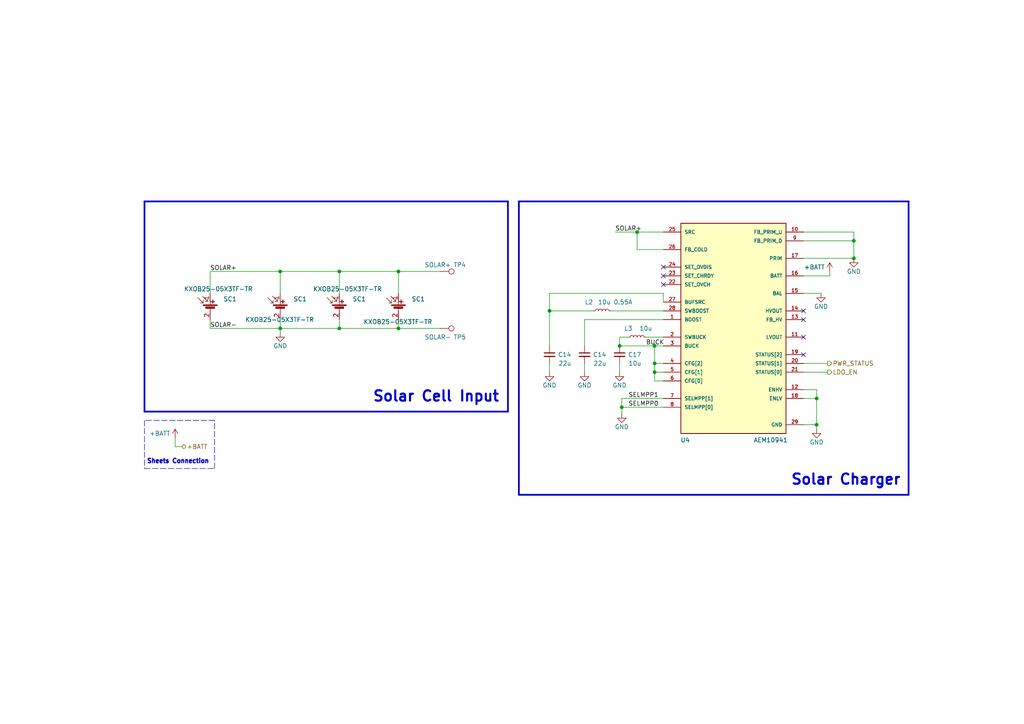
<source format=kicad_sch>
(kicad_sch (version 20230121) (generator eeschema)

  (uuid 15f77595-673f-49b2-97a0-15b5905c6153)

  (paper "A4")

  (lib_symbols
    (symbol "Connector:TestPoint" (pin_numbers hide) (pin_names (offset 0.762) hide) (in_bom yes) (on_board yes)
      (property "Reference" "TP" (at 0 6.858 0)
        (effects (font (size 1.27 1.27)))
      )
      (property "Value" "TestPoint" (at 0 5.08 0)
        (effects (font (size 1.27 1.27)))
      )
      (property "Footprint" "" (at 5.08 0 0)
        (effects (font (size 1.27 1.27)) hide)
      )
      (property "Datasheet" "~" (at 5.08 0 0)
        (effects (font (size 1.27 1.27)) hide)
      )
      (property "ki_keywords" "test point tp" (at 0 0 0)
        (effects (font (size 1.27 1.27)) hide)
      )
      (property "ki_description" "test point" (at 0 0 0)
        (effects (font (size 1.27 1.27)) hide)
      )
      (property "ki_fp_filters" "Pin* Test*" (at 0 0 0)
        (effects (font (size 1.27 1.27)) hide)
      )
      (symbol "TestPoint_0_1"
        (circle (center 0 3.302) (radius 0.762)
          (stroke (width 0) (type default))
          (fill (type none))
        )
      )
      (symbol "TestPoint_1_1"
        (pin passive line (at 0 0 90) (length 2.54)
          (name "1" (effects (font (size 1.27 1.27))))
          (number "1" (effects (font (size 1.27 1.27))))
        )
      )
    )
    (symbol "Device:C_Small" (pin_numbers hide) (pin_names (offset 0.254) hide) (in_bom yes) (on_board yes)
      (property "Reference" "C" (at 0.254 1.778 0)
        (effects (font (size 1.27 1.27)) (justify left))
      )
      (property "Value" "C_Small" (at 0.254 -2.032 0)
        (effects (font (size 1.27 1.27)) (justify left))
      )
      (property "Footprint" "" (at 0 0 0)
        (effects (font (size 1.27 1.27)) hide)
      )
      (property "Datasheet" "~" (at 0 0 0)
        (effects (font (size 1.27 1.27)) hide)
      )
      (property "ki_keywords" "capacitor cap" (at 0 0 0)
        (effects (font (size 1.27 1.27)) hide)
      )
      (property "ki_description" "Unpolarized capacitor, small symbol" (at 0 0 0)
        (effects (font (size 1.27 1.27)) hide)
      )
      (property "ki_fp_filters" "C_*" (at 0 0 0)
        (effects (font (size 1.27 1.27)) hide)
      )
      (symbol "C_Small_0_1"
        (polyline
          (pts
            (xy -1.524 -0.508)
            (xy 1.524 -0.508)
          )
          (stroke (width 0.3302) (type default))
          (fill (type none))
        )
        (polyline
          (pts
            (xy -1.524 0.508)
            (xy 1.524 0.508)
          )
          (stroke (width 0.3048) (type default))
          (fill (type none))
        )
      )
      (symbol "C_Small_1_1"
        (pin passive line (at 0 2.54 270) (length 2.032)
          (name "~" (effects (font (size 1.27 1.27))))
          (number "1" (effects (font (size 1.27 1.27))))
        )
        (pin passive line (at 0 -2.54 90) (length 2.032)
          (name "~" (effects (font (size 1.27 1.27))))
          (number "2" (effects (font (size 1.27 1.27))))
        )
      )
    )
    (symbol "Device:L_Small" (pin_numbers hide) (pin_names (offset 0.254) hide) (in_bom yes) (on_board yes)
      (property "Reference" "L" (at 0.762 1.016 0)
        (effects (font (size 1.27 1.27)) (justify left))
      )
      (property "Value" "L_Small" (at 0.762 -1.016 0)
        (effects (font (size 1.27 1.27)) (justify left))
      )
      (property "Footprint" "" (at 0 0 0)
        (effects (font (size 1.27 1.27)) hide)
      )
      (property "Datasheet" "~" (at 0 0 0)
        (effects (font (size 1.27 1.27)) hide)
      )
      (property "ki_keywords" "inductor choke coil reactor magnetic" (at 0 0 0)
        (effects (font (size 1.27 1.27)) hide)
      )
      (property "ki_description" "Inductor, small symbol" (at 0 0 0)
        (effects (font (size 1.27 1.27)) hide)
      )
      (property "ki_fp_filters" "Choke_* *Coil* Inductor_* L_*" (at 0 0 0)
        (effects (font (size 1.27 1.27)) hide)
      )
      (symbol "L_Small_0_1"
        (arc (start 0 -2.032) (mid 0.5058 -1.524) (end 0 -1.016)
          (stroke (width 0) (type default))
          (fill (type none))
        )
        (arc (start 0 -1.016) (mid 0.5058 -0.508) (end 0 0)
          (stroke (width 0) (type default))
          (fill (type none))
        )
        (arc (start 0 0) (mid 0.5058 0.508) (end 0 1.016)
          (stroke (width 0) (type default))
          (fill (type none))
        )
        (arc (start 0 1.016) (mid 0.5058 1.524) (end 0 2.032)
          (stroke (width 0) (type default))
          (fill (type none))
        )
      )
      (symbol "L_Small_1_1"
        (pin passive line (at 0 2.54 270) (length 0.508)
          (name "~" (effects (font (size 1.27 1.27))))
          (number "1" (effects (font (size 1.27 1.27))))
        )
        (pin passive line (at 0 -2.54 90) (length 0.508)
          (name "~" (effects (font (size 1.27 1.27))))
          (number "2" (effects (font (size 1.27 1.27))))
        )
      )
    )
    (symbol "Solar_Cell_1" (pin_names (offset 0) hide) (in_bom yes) (on_board yes)
      (property "Reference" "SC" (at 2.54 2.54 0)
        (effects (font (size 1.27 1.27)) (justify left))
      )
      (property "Value" "Solar_Cell_1" (at 2.54 0 0)
        (effects (font (size 1.27 1.27)) (justify left))
      )
      (property "Footprint" "" (at 0 1.524 90)
        (effects (font (size 1.27 1.27)) hide)
      )
      (property "Datasheet" "~" (at 0 1.524 90)
        (effects (font (size 1.27 1.27)) hide)
      )
      (property "ki_keywords" "solar cell" (at 0 0 0)
        (effects (font (size 1.27 1.27)) hide)
      )
      (property "ki_description" "Single solar cell" (at 0 0 0)
        (effects (font (size 1.27 1.27)) hide)
      )
      (symbol "Solar_Cell_1_0_1"
        (rectangle (start -2.032 1.778) (end 2.032 1.524)
          (stroke (width 0) (type default))
          (fill (type outline))
        )
        (rectangle (start -1.3208 1.1938) (end 1.27 0.6858)
          (stroke (width 0) (type default))
          (fill (type outline))
        )
        (polyline
          (pts
            (xy -2.032 2.286)
            (xy -3.556 3.81)
          )
          (stroke (width 0) (type default))
          (fill (type none))
        )
        (polyline
          (pts
            (xy -0.762 2.794)
            (xy -2.286 4.318)
          )
          (stroke (width 0) (type default))
          (fill (type none))
        )
        (polyline
          (pts
            (xy 0 0.762)
            (xy 0 0)
          )
          (stroke (width 0) (type default))
          (fill (type none))
        )
        (polyline
          (pts
            (xy 0 1.778)
            (xy 0 2.54)
          )
          (stroke (width 0) (type default))
          (fill (type none))
        )
        (polyline
          (pts
            (xy 0.254 2.667)
            (xy 1.27 2.667)
          )
          (stroke (width 0.254) (type default))
          (fill (type none))
        )
        (polyline
          (pts
            (xy 0.762 3.175)
            (xy 0.762 2.159)
          )
          (stroke (width 0.254) (type default))
          (fill (type none))
        )
        (polyline
          (pts
            (xy -2.032 3.048)
            (xy -2.032 2.286)
            (xy -2.794 2.286)
          )
          (stroke (width 0) (type default))
          (fill (type none))
        )
        (polyline
          (pts
            (xy -0.762 3.556)
            (xy -0.762 2.794)
            (xy -1.524 2.794)
          )
          (stroke (width 0) (type default))
          (fill (type none))
        )
      )
      (symbol "Solar_Cell_1_1_1"
        (pin passive line (at 0 5.08 270) (length 2.54)
          (name "+" (effects (font (size 1.27 1.27))))
          (number "1" (effects (font (size 1.27 1.27))))
        )
        (pin passive line (at 0 -2.54 90) (length 2.54)
          (name "-" (effects (font (size 1.27 1.27))))
          (number "2" (effects (font (size 1.27 1.27))))
        )
      )
    )
    (symbol "plantpal:AEM10941-QFN" (pin_names (offset 1.016)) (in_bom yes) (on_board yes)
      (property "Reference" "U" (at -15.24 31.242 0)
        (effects (font (size 1.27 1.27)) (justify left bottom))
      )
      (property "Value" "AEM10941" (at -20.32 -33.02 0)
        (effects (font (size 1.27 1.27)) (justify left bottom))
      )
      (property "Footprint" "Package_DFN_QFN:QFN-28-1EP_5x5mm_P0.5mm_EP3.35x3.35mm" (at -29.21 -36.83 0)
        (effects (font (size 1.27 1.27)) (justify left bottom) hide)
      )
      (property "Datasheet" "https://e-peas.com/wp-content/uploads/2023/07/e-peas-AEM10941-datasheet-solar-energy-harvesting.pdf" (at -48.26 -34.29 0)
        (effects (font (size 1.27 1.27)) (justify left bottom) hide)
      )
      (property "Manufacturer" "e-peas semiconductors" (at -11.43 -39.37 0)
        (effects (font (size 1.27 1.27)) (justify left bottom) hide)
      )
      (property "Part Number" "AEM10941" (at 0 0 0)
        (effects (font (size 1.27 1.27)))
      )
      (symbol "AEM10941-QFN_0_0"
        (rectangle (start -15.24 30.48) (end 15.24 -30.48)
          (stroke (width 0.254) (type default))
          (fill (type background))
        )
        (pin output line (at -20.32 2.54 0) (length 5.08)
          (name "BOOST" (effects (font (size 1.016 1.016))))
          (number "1" (effects (font (size 1.016 1.016))))
        )
        (pin bidirectional line (at 20.32 27.94 180) (length 5.08)
          (name "FB_PRIM_U" (effects (font (size 1.016 1.016))))
          (number "10" (effects (font (size 1.016 1.016))))
        )
        (pin output line (at 20.32 -2.54 180) (length 5.08)
          (name "LVOUT" (effects (font (size 1.016 1.016))))
          (number "11" (effects (font (size 1.016 1.016))))
        )
        (pin input line (at 20.32 -17.78 180) (length 5.08)
          (name "ENHV" (effects (font (size 1.016 1.016))))
          (number "12" (effects (font (size 1.016 1.016))))
        )
        (pin bidirectional line (at 20.32 2.54 180) (length 5.08)
          (name "FB_HV" (effects (font (size 1.016 1.016))))
          (number "13" (effects (font (size 1.016 1.016))))
        )
        (pin output line (at 20.32 5.08 180) (length 5.08)
          (name "HVOUT" (effects (font (size 1.016 1.016))))
          (number "14" (effects (font (size 1.016 1.016))))
        )
        (pin bidirectional line (at 20.32 10.16 180) (length 5.08)
          (name "BAL" (effects (font (size 1.016 1.016))))
          (number "15" (effects (font (size 1.016 1.016))))
        )
        (pin output line (at 20.32 15.24 180) (length 5.08)
          (name "BATT" (effects (font (size 1.016 1.016))))
          (number "16" (effects (font (size 1.016 1.016))))
        )
        (pin bidirectional line (at 20.32 20.32 180) (length 5.08)
          (name "PRIM" (effects (font (size 1.016 1.016))))
          (number "17" (effects (font (size 1.016 1.016))))
        )
        (pin input line (at 20.32 -20.32 180) (length 5.08)
          (name "ENLV" (effects (font (size 1.016 1.016))))
          (number "18" (effects (font (size 1.016 1.016))))
        )
        (pin output line (at 20.32 -7.62 180) (length 5.08)
          (name "STATUS[2]" (effects (font (size 1.016 1.016))))
          (number "19" (effects (font (size 1.016 1.016))))
        )
        (pin bidirectional line (at -20.32 -2.54 0) (length 5.08)
          (name "SWBUCK" (effects (font (size 1.016 1.016))))
          (number "2" (effects (font (size 1.016 1.016))))
        )
        (pin output line (at 20.32 -10.16 180) (length 5.08)
          (name "STATUS[1]" (effects (font (size 1.016 1.016))))
          (number "20" (effects (font (size 1.016 1.016))))
        )
        (pin output line (at 20.32 -12.7 180) (length 5.08)
          (name "STATUS[0]" (effects (font (size 1.016 1.016))))
          (number "21" (effects (font (size 1.016 1.016))))
        )
        (pin bidirectional line (at -20.32 12.7 0) (length 5.08)
          (name "SET_OVCH" (effects (font (size 1.016 1.016))))
          (number "22" (effects (font (size 1.016 1.016))))
        )
        (pin bidirectional line (at -20.32 15.24 0) (length 5.08)
          (name "SET_CHRDY" (effects (font (size 1.016 1.016))))
          (number "23" (effects (font (size 1.016 1.016))))
        )
        (pin bidirectional line (at -20.32 17.78 0) (length 5.08)
          (name "SET_OVDIS" (effects (font (size 1.016 1.016))))
          (number "24" (effects (font (size 1.016 1.016))))
        )
        (pin input line (at -20.32 27.94 0) (length 5.08)
          (name "SRC" (effects (font (size 1.016 1.016))))
          (number "25" (effects (font (size 1.016 1.016))))
        )
        (pin bidirectional line (at -20.32 22.86 0) (length 5.08)
          (name "FB_COLD" (effects (font (size 1.016 1.016))))
          (number "26" (effects (font (size 1.016 1.016))))
        )
        (pin bidirectional line (at -20.32 7.62 0) (length 5.08)
          (name "BUFSRC" (effects (font (size 1.016 1.016))))
          (number "27" (effects (font (size 1.016 1.016))))
        )
        (pin bidirectional line (at -20.32 5.08 0) (length 5.08)
          (name "SWBOOST" (effects (font (size 1.016 1.016))))
          (number "28" (effects (font (size 1.016 1.016))))
        )
        (pin power_in line (at 20.32 -27.94 180) (length 5.08)
          (name "GND" (effects (font (size 1.016 1.016))))
          (number "29" (effects (font (size 1.016 1.016))))
        )
        (pin output line (at -20.32 -5.08 0) (length 5.08)
          (name "BUCK" (effects (font (size 1.016 1.016))))
          (number "3" (effects (font (size 1.016 1.016))))
        )
        (pin bidirectional line (at -20.32 -10.16 0) (length 5.08)
          (name "CFG[2]" (effects (font (size 1.016 1.016))))
          (number "4" (effects (font (size 1.016 1.016))))
        )
        (pin bidirectional line (at -20.32 -12.7 0) (length 5.08)
          (name "CFG[1]" (effects (font (size 1.016 1.016))))
          (number "5" (effects (font (size 1.016 1.016))))
        )
        (pin bidirectional line (at -20.32 -15.24 0) (length 5.08)
          (name "CFG[0]" (effects (font (size 1.016 1.016))))
          (number "6" (effects (font (size 1.016 1.016))))
        )
        (pin bidirectional line (at -20.32 -20.32 0) (length 5.08)
          (name "SELMPP[1]" (effects (font (size 1.016 1.016))))
          (number "7" (effects (font (size 1.016 1.016))))
        )
        (pin bidirectional line (at -20.32 -22.86 0) (length 5.08)
          (name "SELMPP[0]" (effects (font (size 1.016 1.016))))
          (number "8" (effects (font (size 1.016 1.016))))
        )
        (pin bidirectional line (at 20.32 25.4 180) (length 5.08)
          (name "FB_PRIM_D" (effects (font (size 1.016 1.016))))
          (number "9" (effects (font (size 1.016 1.016))))
        )
      )
    )
    (symbol "power:+BATT" (power) (pin_names (offset 0)) (in_bom yes) (on_board yes)
      (property "Reference" "#PWR" (at 0 -3.81 0)
        (effects (font (size 1.27 1.27)) hide)
      )
      (property "Value" "+BATT" (at 0 3.556 0)
        (effects (font (size 1.27 1.27)))
      )
      (property "Footprint" "" (at 0 0 0)
        (effects (font (size 1.27 1.27)) hide)
      )
      (property "Datasheet" "" (at 0 0 0)
        (effects (font (size 1.27 1.27)) hide)
      )
      (property "ki_keywords" "power-flag battery" (at 0 0 0)
        (effects (font (size 1.27 1.27)) hide)
      )
      (property "ki_description" "Power symbol creates a global label with name \"+BATT\"" (at 0 0 0)
        (effects (font (size 1.27 1.27)) hide)
      )
      (symbol "+BATT_0_1"
        (polyline
          (pts
            (xy -0.762 1.27)
            (xy 0 2.54)
          )
          (stroke (width 0) (type default))
          (fill (type none))
        )
        (polyline
          (pts
            (xy 0 0)
            (xy 0 2.54)
          )
          (stroke (width 0) (type default))
          (fill (type none))
        )
        (polyline
          (pts
            (xy 0 2.54)
            (xy 0.762 1.27)
          )
          (stroke (width 0) (type default))
          (fill (type none))
        )
      )
      (symbol "+BATT_1_1"
        (pin power_in line (at 0 0 90) (length 0) hide
          (name "+BATT" (effects (font (size 1.27 1.27))))
          (number "1" (effects (font (size 1.27 1.27))))
        )
      )
    )
    (symbol "power:GND" (power) (pin_names (offset 0)) (in_bom yes) (on_board yes)
      (property "Reference" "#PWR" (at 0 -6.35 0)
        (effects (font (size 1.27 1.27)) hide)
      )
      (property "Value" "GND" (at 0 -3.81 0)
        (effects (font (size 1.27 1.27)))
      )
      (property "Footprint" "" (at 0 0 0)
        (effects (font (size 1.27 1.27)) hide)
      )
      (property "Datasheet" "" (at 0 0 0)
        (effects (font (size 1.27 1.27)) hide)
      )
      (property "ki_keywords" "power-flag" (at 0 0 0)
        (effects (font (size 1.27 1.27)) hide)
      )
      (property "ki_description" "Power symbol creates a global label with name \"GND\" , ground" (at 0 0 0)
        (effects (font (size 1.27 1.27)) hide)
      )
      (symbol "GND_0_1"
        (polyline
          (pts
            (xy 0 0)
            (xy 0 -1.27)
            (xy 1.27 -1.27)
            (xy 0 -2.54)
            (xy -1.27 -1.27)
            (xy 0 -1.27)
          )
          (stroke (width 0) (type default))
          (fill (type none))
        )
      )
      (symbol "GND_1_1"
        (pin power_in line (at 0 0 270) (length 0) hide
          (name "GND" (effects (font (size 1.27 1.27))))
          (number "1" (effects (font (size 1.27 1.27))))
        )
      )
    )
  )

  (junction (at 98.425 78.74) (diameter 0) (color 0 0 0 0)
    (uuid 03c9a4b7-0fb3-4870-ad83-38f20cdfe2bf)
  )
  (junction (at 184.785 67.31) (diameter 0) (color 0 0 0 0)
    (uuid 069f2009-3eb1-4416-9f56-db998239cd0a)
  )
  (junction (at 115.57 95.25) (diameter 0) (color 0 0 0 0)
    (uuid 1275d3a5-514d-4966-92fc-ee7fc8366e81)
  )
  (junction (at 180.34 118.11) (diameter 0) (color 0 0 0 0)
    (uuid 26a2c5e5-74a4-47b4-8303-ab247b22abac)
  )
  (junction (at 81.28 78.74) (diameter 0) (color 0 0 0 0)
    (uuid 2a7812cb-fe95-402b-b075-f3589f580c4c)
  )
  (junction (at 189.865 100.33) (diameter 0) (color 0 0 0 0)
    (uuid 3161deae-2a07-4df1-8c64-5b7b3a709d97)
  )
  (junction (at 247.65 74.93) (diameter 0) (color 0 0 0 0)
    (uuid 3c1f89aa-3f32-4073-9310-9c84ea2946ef)
  )
  (junction (at 189.865 105.41) (diameter 0) (color 0 0 0 0)
    (uuid 41a2a3be-fee0-4ef3-8738-99152ce2d308)
  )
  (junction (at 236.855 123.19) (diameter 0) (color 0 0 0 0)
    (uuid 4870ae7a-c5e3-401d-9cc2-5f00ee2f0ffb)
  )
  (junction (at 236.855 115.57) (diameter 0) (color 0 0 0 0)
    (uuid 584d1500-7a81-4158-b5e4-0e317c1a2dc1)
  )
  (junction (at 98.425 95.25) (diameter 0) (color 0 0 0 0)
    (uuid 595e0c95-7687-4d61-809c-be774e71f4e9)
  )
  (junction (at 247.65 69.85) (diameter 0) (color 0 0 0 0)
    (uuid 883ded14-b049-4f4a-b2f0-bd595f8dc732)
  )
  (junction (at 189.865 107.95) (diameter 0) (color 0 0 0 0)
    (uuid 8920e584-7002-4cc9-b70e-ea2b5bb0f1e7)
  )
  (junction (at 81.28 95.25) (diameter 0) (color 0 0 0 0)
    (uuid d132ce5c-3f62-4891-a436-5c16098d2259)
  )
  (junction (at 179.705 100.33) (diameter 0) (color 0 0 0 0)
    (uuid d99c8789-8d3a-4014-bc01-9e00f7c2c819)
  )
  (junction (at 159.385 90.17) (diameter 0) (color 0 0 0 0)
    (uuid de102f94-8fc7-404f-b5ca-17028e5910ed)
  )
  (junction (at 115.57 78.74) (diameter 0) (color 0 0 0 0)
    (uuid ed771709-250f-405f-ba2e-54a2b6801b38)
  )

  (no_connect (at 233.045 97.79) (uuid 03124e40-61fd-4cc2-b47b-adfa3f7acda0))
  (no_connect (at 192.405 77.47) (uuid 17c4e9df-981c-4c9e-a7a8-ee4f8b05e9c3))
  (no_connect (at 192.405 80.01) (uuid 4c4059d2-0c8c-4050-95f7-20ed5215d72e))
  (no_connect (at 192.405 82.55) (uuid 5ead3c53-575c-45c4-8316-520d5f4734b0))
  (no_connect (at 233.045 90.17) (uuid 9a5f9061-cb63-4683-87e0-dc0f60548e55))
  (no_connect (at 233.045 102.87) (uuid be688bdf-698f-4a75-bbae-d44661a92c87))
  (no_connect (at 233.045 92.71) (uuid f784d28e-d313-4d3a-8499-3812f2823df9))

  (wire (pts (xy 179.705 100.33) (xy 189.865 100.33))
    (stroke (width 0) (type default))
    (uuid 0147b2c1-a8d2-4f6a-b92d-7a82b147812c)
  )
  (wire (pts (xy 233.045 67.31) (xy 247.65 67.31))
    (stroke (width 0) (type default))
    (uuid 06ba5b51-66b0-489e-a8ea-eb691042d01b)
  )
  (polyline (pts (xy 263.525 58.42) (xy 263.525 143.51))
    (stroke (width 0.5) (type default))
    (uuid 074bbef0-b94b-4c0d-934e-b87c089e90d1)
  )

  (wire (pts (xy 98.425 78.74) (xy 98.425 85.09))
    (stroke (width 0) (type default))
    (uuid 0812096e-c2be-43dd-9166-a0c4cf1b659a)
  )
  (wire (pts (xy 192.405 72.39) (xy 184.785 72.39))
    (stroke (width 0) (type default))
    (uuid 0ab1d14f-7180-4142-94c6-1138082f200d)
  )
  (polyline (pts (xy 62.23 121.92) (xy 41.91 121.92))
    (stroke (width 0) (type dash))
    (uuid 0b2b536f-47b9-47a6-9b2e-56bada761115)
  )

  (wire (pts (xy 192.405 110.49) (xy 189.865 110.49))
    (stroke (width 0) (type default))
    (uuid 0f2c0461-4c15-47d4-b83d-ebbfa728e8d6)
  )
  (wire (pts (xy 81.28 92.71) (xy 81.28 95.25))
    (stroke (width 0) (type default))
    (uuid 10cdd688-1c02-4262-8610-0d2a750931c3)
  )
  (wire (pts (xy 184.785 67.31) (xy 192.405 67.31))
    (stroke (width 0) (type default))
    (uuid 13d6b0e9-b558-48eb-9649-091cbae88124)
  )
  (wire (pts (xy 169.545 92.71) (xy 169.545 100.33))
    (stroke (width 0) (type default))
    (uuid 16322af0-6266-435a-9e11-60e2018e3fad)
  )
  (wire (pts (xy 233.045 115.57) (xy 236.855 115.57))
    (stroke (width 0) (type default))
    (uuid 17331b8f-330f-41c0-8c10-9a56bf939ab2)
  )
  (wire (pts (xy 233.045 105.41) (xy 240.03 105.41))
    (stroke (width 0) (type default))
    (uuid 19a310ff-40f0-4845-9b14-6a84feea4a99)
  )
  (wire (pts (xy 178.435 67.31) (xy 184.785 67.31))
    (stroke (width 0) (type default))
    (uuid 1a4c3874-0a96-4de2-9cf1-3b8c1323bcab)
  )
  (wire (pts (xy 169.545 105.41) (xy 169.545 107.95))
    (stroke (width 0) (type default))
    (uuid 1aff8dc6-e971-4dce-b44e-c74dda46b84c)
  )
  (wire (pts (xy 189.865 100.33) (xy 192.405 100.33))
    (stroke (width 0) (type default))
    (uuid 2039f22a-6284-468e-80f0-af397c2e0ad8)
  )
  (wire (pts (xy 240.665 80.01) (xy 240.665 78.74))
    (stroke (width 0) (type default))
    (uuid 20b40840-8432-427a-827e-0222c0142d89)
  )
  (polyline (pts (xy 62.23 135.89) (xy 62.23 121.92))
    (stroke (width 0) (type dash))
    (uuid 20df6dbc-f62d-4802-8929-2e3790a184df)
  )
  (polyline (pts (xy 41.91 58.42) (xy 41.91 119.38))
    (stroke (width 0.5) (type default))
    (uuid 226b9627-a5d7-4fbf-8695-81229de77e89)
  )

  (wire (pts (xy 60.96 78.74) (xy 81.28 78.74))
    (stroke (width 0) (type default))
    (uuid 231217ae-194d-4cb4-8237-2a5b0ebd1318)
  )
  (wire (pts (xy 81.28 95.25) (xy 81.28 96.52))
    (stroke (width 0) (type default))
    (uuid 2919fb16-bb84-4c48-9a94-9ab3fbeb716d)
  )
  (wire (pts (xy 236.855 123.19) (xy 236.855 124.46))
    (stroke (width 0) (type default))
    (uuid 2afec395-5ab0-4448-ae9b-5448e29bc3e9)
  )
  (wire (pts (xy 115.57 92.71) (xy 115.57 95.25))
    (stroke (width 0) (type default))
    (uuid 2cf5248e-d8bd-40eb-92ff-c0703149a3c0)
  )
  (wire (pts (xy 98.425 92.71) (xy 98.425 95.25))
    (stroke (width 0) (type default))
    (uuid 2e9a3381-cdf1-44a7-959f-ad6947e37ceb)
  )
  (wire (pts (xy 115.57 78.74) (xy 115.57 85.09))
    (stroke (width 0) (type default))
    (uuid 37654133-eec8-40d6-bbb5-f162464682d0)
  )
  (wire (pts (xy 81.28 95.25) (xy 98.425 95.25))
    (stroke (width 0) (type default))
    (uuid 39302447-bbe6-4e51-a5aa-e09873e07424)
  )
  (wire (pts (xy 247.65 69.85) (xy 247.65 74.93))
    (stroke (width 0) (type default))
    (uuid 3cc8a0a6-5024-4e62-a180-81c951594990)
  )
  (wire (pts (xy 98.425 95.25) (xy 115.57 95.25))
    (stroke (width 0) (type default))
    (uuid 3d6f69e1-4ba5-4c61-99d6-921cc2f451d1)
  )
  (wire (pts (xy 98.425 78.74) (xy 115.57 78.74))
    (stroke (width 0) (type default))
    (uuid 41bd38bc-2de9-49de-9d6f-340a7bb6d904)
  )
  (wire (pts (xy 189.865 100.33) (xy 189.865 105.41))
    (stroke (width 0) (type default))
    (uuid 49a2662a-9225-45b7-8ae2-5349f8ddc24a)
  )
  (wire (pts (xy 187.325 97.79) (xy 192.405 97.79))
    (stroke (width 0) (type default))
    (uuid 4f57623e-a2dc-4215-8e4e-e8279e8c30ca)
  )
  (wire (pts (xy 81.28 78.74) (xy 98.425 78.74))
    (stroke (width 0) (type default))
    (uuid 50b29f6e-7fb9-4a43-9341-25e74788d7cb)
  )
  (wire (pts (xy 159.385 105.41) (xy 159.385 107.95))
    (stroke (width 0) (type default))
    (uuid 5dc9be58-5b0c-49bd-82a5-01f7a34c2a85)
  )
  (wire (pts (xy 192.405 85.09) (xy 159.385 85.09))
    (stroke (width 0) (type default))
    (uuid 5e5e68f7-cd9a-475c-8abc-f4a92c847775)
  )
  (wire (pts (xy 233.045 85.09) (xy 238.125 85.09))
    (stroke (width 0) (type default))
    (uuid 62765b4a-af07-4337-a1f0-ea46c353863c)
  )
  (wire (pts (xy 60.96 95.25) (xy 81.28 95.25))
    (stroke (width 0) (type default))
    (uuid 6a8ea3c6-f1f4-4698-92f6-b53425f32ec0)
  )
  (wire (pts (xy 189.865 110.49) (xy 189.865 107.95))
    (stroke (width 0) (type default))
    (uuid 6b5252fe-87af-43f2-ae2c-c6441b578c5d)
  )
  (wire (pts (xy 192.405 87.63) (xy 192.405 85.09))
    (stroke (width 0) (type default))
    (uuid 6ba41f71-9a48-48e8-a1e1-e95229e48dea)
  )
  (wire (pts (xy 180.34 118.11) (xy 192.405 118.11))
    (stroke (width 0) (type default))
    (uuid 6d9b0ca7-5782-4b04-8fbc-fce793a48d84)
  )
  (polyline (pts (xy 147.32 58.42) (xy 147.32 119.38))
    (stroke (width 0.5) (type default))
    (uuid 7123669a-2732-4aba-b7c6-37b9f56402ac)
  )

  (wire (pts (xy 192.405 105.41) (xy 189.865 105.41))
    (stroke (width 0) (type default))
    (uuid 81cbbe09-1859-43f7-88c7-3434575bf819)
  )
  (wire (pts (xy 192.405 107.95) (xy 189.865 107.95))
    (stroke (width 0) (type default))
    (uuid 8d515583-1182-4017-a310-82fbcac72124)
  )
  (wire (pts (xy 233.045 123.19) (xy 236.855 123.19))
    (stroke (width 0) (type default))
    (uuid 8e6b9834-1861-4531-8f2d-db39dc44a6bb)
  )
  (wire (pts (xy 159.385 90.17) (xy 159.385 100.33))
    (stroke (width 0) (type default))
    (uuid 915a9a6c-c95c-4c22-9b35-87e9e20c9036)
  )
  (wire (pts (xy 177.165 90.17) (xy 192.405 90.17))
    (stroke (width 0) (type default))
    (uuid 946b13a9-74c0-44a0-be0d-1298a8cc30f4)
  )
  (wire (pts (xy 233.045 74.93) (xy 247.65 74.93))
    (stroke (width 0) (type default))
    (uuid 951cb020-67b9-423f-921e-b84fd2b1d2c0)
  )
  (wire (pts (xy 236.855 115.57) (xy 236.855 123.19))
    (stroke (width 0) (type default))
    (uuid 99a4a3e5-421a-4fa7-9476-732b61c89787)
  )
  (wire (pts (xy 247.65 67.31) (xy 247.65 69.85))
    (stroke (width 0) (type default))
    (uuid a338e15c-eead-41ed-b5c0-23f95f9ce6c6)
  )
  (wire (pts (xy 233.045 69.85) (xy 247.65 69.85))
    (stroke (width 0) (type default))
    (uuid a90f1fd6-aaa6-4f3e-af8b-8ef7292949b6)
  )
  (wire (pts (xy 60.96 78.74) (xy 60.96 85.09))
    (stroke (width 0) (type default))
    (uuid aa6451d2-967f-4ce2-b182-f5c13e902a84)
  )
  (wire (pts (xy 233.045 80.01) (xy 240.665 80.01))
    (stroke (width 0) (type default))
    (uuid abb55556-1422-4bc5-abf0-c2f9fb1138cb)
  )
  (polyline (pts (xy 150.495 58.42) (xy 150.495 143.51))
    (stroke (width 0.5) (type default))
    (uuid adec65e5-ead9-45a1-a965-70418f5657b3)
  )
  (polyline (pts (xy 41.91 58.42) (xy 147.32 58.42))
    (stroke (width 0.5) (type default))
    (uuid aec0ff8a-344c-4329-9e27-a2c94206ae6a)
  )

  (wire (pts (xy 233.045 107.95) (xy 240.03 107.95))
    (stroke (width 0) (type default))
    (uuid b2ca788a-b1b3-406d-9ad0-cfbdec78621b)
  )
  (wire (pts (xy 81.28 78.74) (xy 81.28 85.09))
    (stroke (width 0) (type default))
    (uuid b69250c0-8caa-4f03-bcc6-219fdaa18144)
  )
  (wire (pts (xy 50.8 129.54) (xy 52.705 129.54))
    (stroke (width 0) (type default))
    (uuid bf33a573-2644-4c64-a563-98f38083ba0c)
  )
  (polyline (pts (xy 263.525 58.42) (xy 150.495 58.42))
    (stroke (width 0.5) (type default))
    (uuid c35be1c0-0d51-471d-8a67-045734f3d106)
  )

  (wire (pts (xy 179.705 105.41) (xy 179.705 107.95))
    (stroke (width 0) (type default))
    (uuid c4804d6e-3463-4847-897b-47c52ad64681)
  )
  (polyline (pts (xy 41.91 121.92) (xy 41.91 135.89))
    (stroke (width 0) (type dash))
    (uuid c48b2d22-0f1e-43cc-82da-a27b5b6560e8)
  )

  (wire (pts (xy 179.705 97.79) (xy 179.705 100.33))
    (stroke (width 0) (type default))
    (uuid c9027bdd-cbf9-4e73-9a79-c13fa4a5a733)
  )
  (wire (pts (xy 115.57 95.25) (xy 127.635 95.25))
    (stroke (width 0) (type default))
    (uuid c953ad4c-d395-4525-bdab-90eff0ae7fd9)
  )
  (wire (pts (xy 236.855 113.03) (xy 236.855 115.57))
    (stroke (width 0) (type default))
    (uuid ca47664f-cf3f-485a-b2f3-6e84ec620822)
  )
  (wire (pts (xy 159.385 85.09) (xy 159.385 90.17))
    (stroke (width 0) (type default))
    (uuid cbacd625-057d-401e-bf25-f8d5a383bbca)
  )
  (wire (pts (xy 115.57 78.74) (xy 127.635 78.74))
    (stroke (width 0) (type default))
    (uuid cc924b36-86a2-4a5e-ac21-caf22c8455db)
  )
  (wire (pts (xy 182.245 97.79) (xy 179.705 97.79))
    (stroke (width 0) (type default))
    (uuid cca42c58-092f-4b1d-8a16-7f8e34e6bf3a)
  )
  (wire (pts (xy 180.34 115.57) (xy 180.34 118.11))
    (stroke (width 0) (type default))
    (uuid d15a936c-6af8-4956-9b33-ad57811cfc8d)
  )
  (wire (pts (xy 50.8 127) (xy 50.8 129.54))
    (stroke (width 0) (type default))
    (uuid d23b1ec5-d130-4f0c-a7b4-d2a9a4d5f128)
  )
  (wire (pts (xy 180.34 115.57) (xy 192.405 115.57))
    (stroke (width 0) (type default))
    (uuid d4210f0f-f460-46a4-9e50-60f63d41ddda)
  )
  (polyline (pts (xy 147.32 119.38) (xy 41.91 119.38))
    (stroke (width 0.5) (type default))
    (uuid e072e920-a00c-4b51-90bc-11ad7877e444)
  )

  (wire (pts (xy 192.405 92.71) (xy 169.545 92.71))
    (stroke (width 0) (type default))
    (uuid e1df8a28-3711-4a6d-9977-f0d411334555)
  )
  (wire (pts (xy 159.385 90.17) (xy 172.085 90.17))
    (stroke (width 0) (type default))
    (uuid e23f379d-ce8b-4495-9dac-4688cd7fec54)
  )
  (polyline (pts (xy 41.91 135.89) (xy 62.23 135.89))
    (stroke (width 0) (type dash))
    (uuid e54f7010-0bd3-498c-a15a-09c02128ba76)
  )

  (wire (pts (xy 189.865 107.95) (xy 189.865 105.41))
    (stroke (width 0) (type default))
    (uuid e9bffad7-905e-46ab-ac26-4c0ea8940cef)
  )
  (wire (pts (xy 184.785 67.31) (xy 184.785 72.39))
    (stroke (width 0) (type default))
    (uuid f2988d3d-5864-416b-9dca-60ed9f84a41d)
  )
  (wire (pts (xy 233.045 113.03) (xy 236.855 113.03))
    (stroke (width 0) (type default))
    (uuid f9c04c59-8df2-4e34-938a-456a56277df0)
  )
  (polyline (pts (xy 150.495 143.51) (xy 263.525 143.51))
    (stroke (width 0.5) (type default))
    (uuid fc250b5f-7b3f-4277-8b85-872efef1bb7a)
  )

  (wire (pts (xy 60.96 95.25) (xy 60.96 92.71))
    (stroke (width 0) (type default))
    (uuid fcab48a8-15e9-41f0-a1c6-821f3006443f)
  )
  (wire (pts (xy 180.34 120.015) (xy 180.34 118.11))
    (stroke (width 0) (type default))
    (uuid ff6e7322-a8f5-466d-bda1-8f098b415738)
  )

  (text "Solar Cell Input" (at 107.95 116.84 0)
    (effects (font (size 3 3) (thickness 0.6) bold) (justify left bottom))
    (uuid 5bbbca88-c585-4932-b6c4-e92e6e183af3)
  )
  (text "Sheets Connection" (at 42.545 134.62 0)
    (effects (font (size 1.27 1.27) (thickness 0.6) bold) (justify left bottom))
    (uuid 66bc3968-3805-4d91-8ff4-1b5e3821c755)
  )
  (text "Solar Charger" (at 229.235 140.97 0)
    (effects (font (size 3 3) (thickness 0.6) bold) (justify left bottom))
    (uuid e4479b57-e9c7-4269-8ae6-35a35d45169d)
  )

  (label "SOLAR+" (at 178.435 67.31 0) (fields_autoplaced)
    (effects (font (size 1.27 1.27)) (justify left bottom))
    (uuid 163f59c9-8ea3-47b7-8006-6a9c565d3aec)
  )
  (label "SELMPP0" (at 182.245 118.11 0) (fields_autoplaced)
    (effects (font (size 1.27 1.27)) (justify left bottom))
    (uuid 3742ebb7-6c2e-45a0-bdd9-90634c248772)
  )
  (label "SOLAR-" (at 60.96 95.25 0) (fields_autoplaced)
    (effects (font (size 1.27 1.27)) (justify left bottom))
    (uuid 4ae7e2bb-b0e5-45c7-99d7-a8bb32f4d152)
  )
  (label "BUCK" (at 187.325 100.33 0) (fields_autoplaced)
    (effects (font (size 1.27 1.27)) (justify left bottom))
    (uuid 81db4b2b-1a0c-41eb-abf7-ecd59dcd3ec6)
  )
  (label "SELMPP1" (at 182.245 115.57 0) (fields_autoplaced)
    (effects (font (size 1.27 1.27)) (justify left bottom))
    (uuid 867a08ee-af01-4777-b4d1-bb4bb37579c5)
  )
  (label "SOLAR+" (at 60.96 78.74 0) (fields_autoplaced)
    (effects (font (size 1.27 1.27)) (justify left bottom))
    (uuid edb44d15-698e-4081-987c-c131c5ba0d3a)
  )

  (hierarchical_label "LDO_EN" (shape output) (at 240.03 107.95 0) (fields_autoplaced)
    (effects (font (size 1.27 1.27)) (justify left))
    (uuid 3092e613-5e6c-49d7-bea1-70530f13f00f)
  )
  (hierarchical_label "+BATT" (shape bidirectional) (at 52.705 129.54 0) (fields_autoplaced)
    (effects (font (size 1.27 1.27)) (justify left))
    (uuid eb5be173-3df4-4b61-92ef-2347febf079c)
  )
  (hierarchical_label "PWR_STATUS" (shape output) (at 240.03 105.41 0) (fields_autoplaced)
    (effects (font (size 1.27 1.27)) (justify left))
    (uuid fdcf6c68-d01a-4d02-9723-53681444001a)
  )

  (symbol (lib_id "power:GND") (at 179.705 107.95 0) (unit 1)
    (in_bom yes) (on_board yes) (dnp no)
    (uuid 036df5e6-68ba-47a8-aa80-fcb641ef3c8f)
    (property "Reference" "#PWR024" (at 179.705 114.3 0)
      (effects (font (size 1.27 1.27)) hide)
    )
    (property "Value" "GND" (at 179.705 111.76 0)
      (effects (font (size 1.27 1.27)))
    )
    (property "Footprint" "" (at 179.705 107.95 0)
      (effects (font (size 1.27 1.27)) hide)
    )
    (property "Datasheet" "" (at 179.705 107.95 0)
      (effects (font (size 1.27 1.27)) hide)
    )
    (pin "1" (uuid fcf1bd32-9787-4c35-928c-f8a47d58f3db))
    (instances
      (project "plantpal"
        (path "/59b4123e-c7be-466b-a5db-658b8f0c1171"
          (reference "#PWR024") (unit 1)
        )
        (path "/59b4123e-c7be-466b-a5db-658b8f0c1171/8a163738-8cdd-43d1-ab87-ebdfd2811ec1"
          (reference "#PWR053") (unit 1)
        )
      )
      (project "bwlr1e"
        (path "/630c8da6-5464-4eef-824d-89618087f4b4"
          (reference "#PWR0111") (unit 1)
        )
      )
    )
  )

  (symbol (lib_name "Solar_Cell_1") (lib_id "Device:Solar_Cell") (at 98.425 90.17 0) (unit 1)
    (in_bom yes) (on_board yes) (dnp no)
    (uuid 07eec525-afb7-46ee-9095-f89726433d6a)
    (property "Reference" "SC1" (at 102.235 86.7409 0)
      (effects (font (size 1.27 1.27)) (justify left))
    )
    (property "Value" "KXOB25-05X3TF-TR" (at 90.805 83.82 0)
      (effects (font (size 1.27 1.27)) (justify left))
    )
    (property "Footprint" "plantpal:KXOB25-05X3F" (at 98.425 88.646 90)
      (effects (font (size 1.27 1.27)) hide)
    )
    (property "Datasheet" "https://waf-e.dubudisk.com/anysolar.dubuplus.com/techsupport@anysolar.biz/O18Atf9/DubuDisk/www/Gen3/KXOB25-05X3TF%20DATA%20SHEET%20202012.pdf" (at 98.425 88.646 90)
      (effects (font (size 1.27 1.27)) hide)
    )
    (property "Part Description" "Solar Cell G3 Thin 2.07V 30.9MW" (at 98.425 90.17 0)
      (effects (font (size 1.27 1.27)) hide)
    )
    (property "Manufacturer" "ANYSOLAR Ltd" (at 98.425 90.17 0)
      (effects (font (size 1.27 1.27)) hide)
    )
    (property "Manufacturer Part Number" "KXOB25-05X3TF-TR" (at 98.425 90.17 0)
      (effects (font (size 1.27 1.27)) hide)
    )
    (property "Distributor" "Digikey" (at 98.425 90.17 0)
      (effects (font (size 1.27 1.27)) hide)
    )
    (property "Distributor Part Number" "2994-KXOB25-05X3TF-TRCT-ND" (at 98.425 90.17 0)
      (effects (font (size 1.27 1.27)) hide)
    )
    (property "Distributor Link" "https://www.digikey.com/en/products/detail/anysolar-ltd/KXOB25-05X3TF-TR/13999164" (at 98.425 90.17 0)
      (effects (font (size 1.27 1.27)) hide)
    )
    (pin "1" (uuid bc6e230b-c311-45f4-acd3-d146b5bc2902))
    (pin "2" (uuid f9e9793d-fd52-42a2-843d-6564b62c7f85))
    (instances
      (project "plantpal"
        (path "/59b4123e-c7be-466b-a5db-658b8f0c1171"
          (reference "SC1") (unit 1)
        )
        (path "/59b4123e-c7be-466b-a5db-658b8f0c1171/8a163738-8cdd-43d1-ab87-ebdfd2811ec1"
          (reference "SC3") (unit 1)
        )
      )
      (project "bwlr1e"
        (path "/630c8da6-5464-4eef-824d-89618087f4b4"
          (reference "SC4") (unit 1)
        )
      )
    )
  )

  (symbol (lib_id "Device:C_Small") (at 179.705 102.87 0) (unit 1)
    (in_bom yes) (on_board yes) (dnp no)
    (uuid 094fa541-357c-49c1-a4b8-042d618d9350)
    (property "Reference" "C17" (at 186.055 102.87 0)
      (effects (font (size 1.27 1.27)) (justify right))
    )
    (property "Value" "10u" (at 186.055 105.41 0)
      (effects (font (size 1.27 1.27)) (justify right))
    )
    (property "Footprint" "Capacitor_SMD:C_0603_1608Metric" (at 179.705 102.87 0)
      (effects (font (size 1.27 1.27)) hide)
    )
    (property "Datasheet" "https://datasheet.lcsc.com/lcsc/2304140030_Samsung-Electro-Mechanics-CL10A106KP8NNNC_C19702.pdf" (at 179.705 102.87 0)
      (effects (font (size 1.27 1.27)) hide)
    )
    (property "Part Description" "Ceramic Capacitor 10V 10uF X5R ±10%" (at 179.705 102.87 0)
      (effects (font (size 1.27 1.27)) hide)
    )
    (property "Manufacturer" "Samsung Electro-Mechanics" (at 179.705 102.87 0)
      (effects (font (size 1.27 1.27)) hide)
    )
    (property "Manufacturer Part Number" "CL10A106KP8NNNC" (at 179.705 102.87 0)
      (effects (font (size 1.27 1.27)) hide)
    )
    (property "Distributor" "LCSC" (at 179.705 102.87 0)
      (effects (font (size 1.27 1.27)) hide)
    )
    (property "Distributor Part Number" "C19702" (at 179.705 102.87 0)
      (effects (font (size 1.27 1.27)) hide)
    )
    (property "Distributor Link" "https://www.lcsc.com/product-detail/Multilayer-Ceramic-Capacitors-MLCC-SMD-SMT_Samsung-Electro-Mechanics-CL10A106KP8NNNC_C19702.html" (at 179.705 102.87 0)
      (effects (font (size 1.27 1.27)) hide)
    )
    (pin "1" (uuid b2ff6e06-d4f9-4d5d-b405-95d116ddc561))
    (pin "2" (uuid 88b10ead-d63d-49dc-a371-9cf80fb52395))
    (instances
      (project "plantpal"
        (path "/59b4123e-c7be-466b-a5db-658b8f0c1171"
          (reference "C17") (unit 1)
        )
        (path "/59b4123e-c7be-466b-a5db-658b8f0c1171/8a163738-8cdd-43d1-ab87-ebdfd2811ec1"
          (reference "C23") (unit 1)
        )
      )
      (project "bwlr1e"
        (path "/630c8da6-5464-4eef-824d-89618087f4b4"
          (reference "C8") (unit 1)
        )
      )
    )
  )

  (symbol (lib_id "Device:L_Small") (at 184.785 97.79 90) (unit 1)
    (in_bom yes) (on_board yes) (dnp no)
    (uuid 0d6a54b7-e94b-4baf-a00f-40ea7001f180)
    (property "Reference" "L3" (at 182.245 95.25 90)
      (effects (font (size 1.27 1.27)))
    )
    (property "Value" "10u" (at 187.325 95.25 90)
      (effects (font (size 1.27 1.27)))
    )
    (property "Footprint" "Inductor_SMD:L_0603_1608Metric" (at 184.785 97.79 0)
      (effects (font (size 1.27 1.27)) hide)
    )
    (property "Datasheet" "https://product.tdk.com/system/files/dam/doc/product/inductor/inductor/smd/catalog/inductor_commercial_decoupling_mlz1608_en.pdf" (at 184.785 97.79 0)
      (effects (font (size 1.27 1.27)) hide)
    )
    (property "Part Description" "Power Inductors 10uH ±20% 90mA 1.05Ω" (at 184.785 97.79 0)
      (effects (font (size 1.27 1.27)) hide)
    )
    (property "Manufacturer" "TDK" (at 184.785 97.79 0)
      (effects (font (size 1.27 1.27)) hide)
    )
    (property "Manufacturer Part Number" "MLZ1608M100WT000" (at 184.785 97.79 0)
      (effects (font (size 1.27 1.27)) hide)
    )
    (property "Distributor" "LCSC" (at 184.785 97.79 0)
      (effects (font (size 1.27 1.27)) hide)
    )
    (property "Distributor Part Number" "C76798" (at 184.785 97.79 0)
      (effects (font (size 1.27 1.27)) hide)
    )
    (property "Distributor Link" "https://www.lcsc.com/product-detail/Inductors-SMD_TDK-MLZ1608M100WT000_C76798.html" (at 184.785 97.79 0)
      (effects (font (size 1.27 1.27)) hide)
    )
    (pin "1" (uuid b5c78a1b-29d0-4e8a-81df-03b316994320))
    (pin "2" (uuid 058eee36-18ce-446d-a3d2-05e61f84a915))
    (instances
      (project "plantpal"
        (path "/59b4123e-c7be-466b-a5db-658b8f0c1171"
          (reference "L3") (unit 1)
        )
        (path "/59b4123e-c7be-466b-a5db-658b8f0c1171/8a163738-8cdd-43d1-ab87-ebdfd2811ec1"
          (reference "L4") (unit 1)
        )
      )
      (project "bwlr1e"
        (path "/630c8da6-5464-4eef-824d-89618087f4b4"
          (reference "L3") (unit 1)
        )
      )
    )
  )

  (symbol (lib_id "power:GND") (at 236.855 124.46 0) (unit 1)
    (in_bom yes) (on_board yes) (dnp no)
    (uuid 111a346f-0744-4b34-8039-df24cd5fb3c1)
    (property "Reference" "#PWR039" (at 236.855 130.81 0)
      (effects (font (size 1.27 1.27)) hide)
    )
    (property "Value" "GND" (at 236.855 128.27 0)
      (effects (font (size 1.27 1.27)))
    )
    (property "Footprint" "" (at 236.855 124.46 0)
      (effects (font (size 1.27 1.27)) hide)
    )
    (property "Datasheet" "" (at 236.855 124.46 0)
      (effects (font (size 1.27 1.27)) hide)
    )
    (pin "1" (uuid e2fd2b78-0633-4378-b758-6971314dc33c))
    (instances
      (project "plantpal"
        (path "/59b4123e-c7be-466b-a5db-658b8f0c1171"
          (reference "#PWR039") (unit 1)
        )
        (path "/59b4123e-c7be-466b-a5db-658b8f0c1171/8a163738-8cdd-43d1-ab87-ebdfd2811ec1"
          (reference "#PWR055") (unit 1)
        )
      )
      (project "bwlr1e"
        (path "/630c8da6-5464-4eef-824d-89618087f4b4"
          (reference "#PWR0109") (unit 1)
        )
      )
    )
  )

  (symbol (lib_id "Device:C_Small") (at 169.545 102.87 0) (unit 1)
    (in_bom yes) (on_board yes) (dnp no)
    (uuid 23ee8941-fcda-45f1-9c83-e7f80e70ce7e)
    (property "Reference" "C14" (at 175.895 102.87 0)
      (effects (font (size 1.27 1.27)) (justify right))
    )
    (property "Value" "22u" (at 175.895 105.41 0)
      (effects (font (size 1.27 1.27)) (justify right))
    )
    (property "Footprint" "Capacitor_SMD:C_0603_1608Metric" (at 169.545 102.87 0)
      (effects (font (size 1.27 1.27)) hide)
    )
    (property "Datasheet" "https://www.mouser.com/datasheet/2/281/1/GRM188R61A226ME15_02A-1985787.pdf" (at 169.545 102.87 0)
      (effects (font (size 1.27 1.27)) hide)
    )
    (property "Part Description" "Ceramic Capacitors 10V 22uF X5R ±20%" (at 169.545 102.87 0)
      (effects (font (size 1.27 1.27)) hide)
    )
    (property "Manufacturer" "Murata Electronics" (at 169.545 102.87 0)
      (effects (font (size 1.27 1.27)) hide)
    )
    (property "Manufacturer Part Number" "GRM188R61A226ME15D" (at 169.545 102.87 0)
      (effects (font (size 1.27 1.27)) hide)
    )
    (property "Distributor" "LCSC" (at 169.545 102.87 0)
      (effects (font (size 1.27 1.27)) hide)
    )
    (property "Distributor Part Number" "C84419" (at 169.545 102.87 0)
      (effects (font (size 1.27 1.27)) hide)
    )
    (property "Distributor Link" "https://www.lcsc.com/product-detail/Multilayer-Ceramic-Capacitors-MLCC-SMD-SMT_Murata-Electronics-GRM188R61A226ME15D_C84419.html" (at 169.545 102.87 0)
      (effects (font (size 1.27 1.27)) hide)
    )
    (pin "1" (uuid 34dc6636-6947-415f-92a7-04f6d1387160))
    (pin "2" (uuid 451e9e65-693d-45db-89f9-821fc2ff324a))
    (instances
      (project "plantpal"
        (path "/59b4123e-c7be-466b-a5db-658b8f0c1171"
          (reference "C14") (unit 1)
        )
        (path "/59b4123e-c7be-466b-a5db-658b8f0c1171/8a163738-8cdd-43d1-ab87-ebdfd2811ec1"
          (reference "C22") (unit 1)
        )
      )
      (project "bwlr1e"
        (path "/630c8da6-5464-4eef-824d-89618087f4b4"
          (reference "C6") (unit 1)
        )
      )
    )
  )

  (symbol (lib_id "power:GND") (at 180.34 120.015 0) (unit 1)
    (in_bom yes) (on_board yes) (dnp no)
    (uuid 275cf41f-028a-4402-bec3-94ea364a63eb)
    (property "Reference" "#PWR025" (at 180.34 126.365 0)
      (effects (font (size 1.27 1.27)) hide)
    )
    (property "Value" "GND" (at 180.34 123.825 0)
      (effects (font (size 1.27 1.27)))
    )
    (property "Footprint" "" (at 180.34 120.015 0)
      (effects (font (size 1.27 1.27)) hide)
    )
    (property "Datasheet" "" (at 180.34 120.015 0)
      (effects (font (size 1.27 1.27)) hide)
    )
    (pin "1" (uuid e6720589-e6f4-44d0-b22a-90a037e8ff07))
    (instances
      (project "plantpal"
        (path "/59b4123e-c7be-466b-a5db-658b8f0c1171"
          (reference "#PWR025") (unit 1)
        )
        (path "/59b4123e-c7be-466b-a5db-658b8f0c1171/8a163738-8cdd-43d1-ab87-ebdfd2811ec1"
          (reference "#PWR054") (unit 1)
        )
      )
      (project "bwlr1e"
        (path "/630c8da6-5464-4eef-824d-89618087f4b4"
          (reference "#PWR0111") (unit 1)
        )
      )
    )
  )

  (symbol (lib_id "power:GND") (at 247.65 74.93 0) (unit 1)
    (in_bom yes) (on_board yes) (dnp no)
    (uuid 2e726dc6-f151-4d03-8c82-50f2695d228a)
    (property "Reference" "#PWR042" (at 247.65 81.28 0)
      (effects (font (size 1.27 1.27)) hide)
    )
    (property "Value" "GND" (at 247.65 78.74 0)
      (effects (font (size 1.27 1.27)))
    )
    (property "Footprint" "" (at 247.65 74.93 0)
      (effects (font (size 1.27 1.27)) hide)
    )
    (property "Datasheet" "" (at 247.65 74.93 0)
      (effects (font (size 1.27 1.27)) hide)
    )
    (pin "1" (uuid 3c6be8bb-df32-4545-89a7-993a3b9a8d74))
    (instances
      (project "plantpal"
        (path "/59b4123e-c7be-466b-a5db-658b8f0c1171"
          (reference "#PWR042") (unit 1)
        )
        (path "/59b4123e-c7be-466b-a5db-658b8f0c1171/8a163738-8cdd-43d1-ab87-ebdfd2811ec1"
          (reference "#PWR058") (unit 1)
        )
      )
      (project "bwlr1e"
        (path "/630c8da6-5464-4eef-824d-89618087f4b4"
          (reference "#PWR0118") (unit 1)
        )
      )
    )
  )

  (symbol (lib_id "power:+BATT") (at 240.665 78.74 0) (unit 1)
    (in_bom yes) (on_board yes) (dnp no)
    (uuid 3b6e4373-7c82-4fec-a47a-6e7f7c8934fd)
    (property "Reference" "#PWR070" (at 240.665 82.55 0)
      (effects (font (size 1.27 1.27)) hide)
    )
    (property "Value" "+BATT" (at 236.22 77.47 0)
      (effects (font (size 1.27 1.27)))
    )
    (property "Footprint" "" (at 240.665 78.74 0)
      (effects (font (size 1.27 1.27)) hide)
    )
    (property "Datasheet" "" (at 240.665 78.74 0)
      (effects (font (size 1.27 1.27)) hide)
    )
    (pin "1" (uuid c2ce2aa5-c087-471e-81a9-20d2f8cc104f))
    (instances
      (project "plantpal"
        (path "/59b4123e-c7be-466b-a5db-658b8f0c1171"
          (reference "#PWR070") (unit 1)
        )
        (path "/59b4123e-c7be-466b-a5db-658b8f0c1171/7fda2409-1758-4461-822b-801ba75fe202"
          (reference "#PWR050") (unit 1)
        )
        (path "/59b4123e-c7be-466b-a5db-658b8f0c1171/8a163738-8cdd-43d1-ab87-ebdfd2811ec1"
          (reference "#PWR057") (unit 1)
        )
      )
      (project "bwlr1e-prog"
        (path "/630c8da6-5464-4eef-824d-89618087f4b4"
          (reference "#PWR018") (unit 1)
        )
      )
      (project "feather_rak3172"
        (path "/a1545928-1195-40b9-b3c4-78f837012afb"
          (reference "#PWR0131") (unit 1)
        )
      )
    )
  )

  (symbol (lib_name "Solar_Cell_1") (lib_id "Device:Solar_Cell") (at 60.96 90.17 0) (unit 1)
    (in_bom yes) (on_board yes) (dnp no)
    (uuid 554da7a8-3862-4fa2-b350-431a804eb051)
    (property "Reference" "SC1" (at 64.77 86.7409 0)
      (effects (font (size 1.27 1.27)) (justify left))
    )
    (property "Value" "KXOB25-05X3TF-TR" (at 53.34 83.82 0)
      (effects (font (size 1.27 1.27)) (justify left))
    )
    (property "Footprint" "plantpal:KXOB25-05X3F" (at 60.96 88.646 90)
      (effects (font (size 1.27 1.27)) hide)
    )
    (property "Datasheet" "https://waf-e.dubudisk.com/anysolar.dubuplus.com/techsupport@anysolar.biz/O18Atf9/DubuDisk/www/Gen3/KXOB25-05X3TF%20DATA%20SHEET%20202012.pdf" (at 60.96 88.646 90)
      (effects (font (size 1.27 1.27)) hide)
    )
    (property "Part Description" "Solar Cell G3 Thin 2.07V 30.9MW" (at 60.96 90.17 0)
      (effects (font (size 1.27 1.27)) hide)
    )
    (property "Manufacturer" "ANYSOLAR Ltd" (at 60.96 90.17 0)
      (effects (font (size 1.27 1.27)) hide)
    )
    (property "Manufacturer Part Number" "KXOB25-05X3TF-TR" (at 60.96 90.17 0)
      (effects (font (size 1.27 1.27)) hide)
    )
    (property "Distributor" "Digikey" (at 60.96 90.17 0)
      (effects (font (size 1.27 1.27)) hide)
    )
    (property "Distributor Part Number" "2994-KXOB25-05X3TF-TRCT-ND" (at 60.96 90.17 0)
      (effects (font (size 1.27 1.27)) hide)
    )
    (property "Distributor Link" "https://www.digikey.com/en/products/detail/anysolar-ltd/KXOB25-05X3TF-TR/13999164" (at 60.96 90.17 0)
      (effects (font (size 1.27 1.27)) hide)
    )
    (pin "1" (uuid 019e1a18-de65-40a6-869a-368ac27c33be))
    (pin "2" (uuid 3023891c-51d9-41bf-93b5-a6a63286e04a))
    (instances
      (project "plantpal"
        (path "/59b4123e-c7be-466b-a5db-658b8f0c1171"
          (reference "SC1") (unit 1)
        )
        (path "/59b4123e-c7be-466b-a5db-658b8f0c1171/8a163738-8cdd-43d1-ab87-ebdfd2811ec1"
          (reference "SC1") (unit 1)
        )
      )
      (project "bwlr1e"
        (path "/630c8da6-5464-4eef-824d-89618087f4b4"
          (reference "SC4") (unit 1)
        )
      )
    )
  )

  (symbol (lib_id "plantpal:AEM10941-QFN") (at 212.725 95.25 0) (unit 1)
    (in_bom yes) (on_board yes) (dnp no)
    (uuid 5d2de7e1-5e44-445c-ba6c-2eb6aec86c97)
    (property "Reference" "U4" (at 198.755 127.635 0)
      (effects (font (size 1.27 1.27)))
    )
    (property "Value" "AEM10941" (at 223.52 127.635 0)
      (effects (font (size 1.27 1.27)))
    )
    (property "Footprint" "Package_DFN_QFN:QFN-28-1EP_5x5mm_P0.5mm_EP3.35x3.35mm" (at 183.515 132.08 0)
      (effects (font (size 1.27 1.27)) (justify left bottom) hide)
    )
    (property "Datasheet" "https://e-peas.com/wp-content/uploads/2023/07/e-peas-AEM10941-datasheet-solar-energy-harvesting.pdf" (at 164.465 129.54 0)
      (effects (font (size 1.27 1.27)) (justify left bottom) hide)
    )
    (property "Part Description" "PMIC IC - Photovoltaic Energy Harvesting Manager" (at 212.725 95.25 0)
      (effects (font (size 1.27 1.27)) hide)
    )
    (property "Manufacturer" "e-peas" (at 201.295 134.62 0)
      (effects (font (size 1.27 1.27)) (justify left bottom) hide)
    )
    (property "Manufacturer Part Number" "AEM10941-QFN" (at 212.725 95.25 0)
      (effects (font (size 1.27 1.27)) hide)
    )
    (property "Distributor" "Mouser" (at 212.725 95.25 0)
      (effects (font (size 1.27 1.27)) hide)
    )
    (property "Distributor Part Number" "120-AEM10941-QFN" (at 212.725 95.25 0)
      (effects (font (size 1.27 1.27)) hide)
    )
    (property "Distributor Link" "https://www.mouser.com/ProductDetail/e-peas/AEM10941-QFN?qs=W%2FMpXkg%252BdQ7CeqB2lBPbRQ%3D%3D" (at 212.725 95.25 0)
      (effects (font (size 1.27 1.27)) hide)
    )
    (pin "1" (uuid a054d618-8773-4f82-8663-9d29cd20dec1))
    (pin "10" (uuid 6b269931-d040-499c-8aae-593732f73153))
    (pin "11" (uuid a99b6bf0-0bf2-44db-a14b-263b4d076aaf))
    (pin "12" (uuid 54fef219-61c6-42d2-bd8b-2b3b56a6fd33))
    (pin "13" (uuid 48489da7-58b0-475d-bc62-dacfa5d988da))
    (pin "14" (uuid deda5306-4546-4220-ae3b-bd81e7fca358))
    (pin "15" (uuid f64af9d4-90a6-4285-9033-1619294c7e0c))
    (pin "16" (uuid 33d0e707-f6ed-47f6-8b21-3d47b82ba31f))
    (pin "17" (uuid b5793c68-6add-4d15-8bff-fcfe807f2e5e))
    (pin "18" (uuid 65dbc58b-78c1-41cd-a66d-0a70e1e85109))
    (pin "19" (uuid 251ccb7f-019e-4a3f-90c8-e87befffbcef))
    (pin "2" (uuid 44279b46-e2ec-4011-870e-4dd6e0b598fd))
    (pin "20" (uuid ef8c46c6-c319-4c1a-b286-427171fde006))
    (pin "21" (uuid 8a326e09-2544-4800-a764-599df63296f0))
    (pin "22" (uuid 01768d4e-837e-4b24-97b3-d02c670048c9))
    (pin "23" (uuid f9a10999-1a94-4b70-9409-f82b8bad5d50))
    (pin "24" (uuid a9811398-8b27-4251-98a8-daf7029cd8f0))
    (pin "25" (uuid c5848d37-752b-410c-9d5b-d36df69da3f6))
    (pin "26" (uuid 46367ca8-65b0-4829-b055-510763b642da))
    (pin "27" (uuid a6f75ee3-c560-4a70-91f5-e1091ec35be4))
    (pin "28" (uuid ce480e8b-622d-4f32-a461-e28f0424bdc2))
    (pin "29" (uuid e7954d5b-ad32-4e42-a9b7-681c071b9d38))
    (pin "3" (uuid 942855db-8ba2-4a6f-9334-6022e5c03a5b))
    (pin "4" (uuid afceaeb6-d4fe-4e96-af0e-0f287c015e11))
    (pin "5" (uuid 03c330ef-be78-415e-8577-3a9f84a21af2))
    (pin "6" (uuid 900e8921-70fc-4641-8553-f6bfcbbfcfc2))
    (pin "7" (uuid 0fc829b3-9e4a-4fd1-868c-4256b961f294))
    (pin "8" (uuid e5f9880a-72bd-493a-b445-2ec1ef99ad24))
    (pin "9" (uuid f24d2bb6-6f33-49bd-9b78-644f5f2fa53a))
    (instances
      (project "plantpal"
        (path "/59b4123e-c7be-466b-a5db-658b8f0c1171/8a163738-8cdd-43d1-ab87-ebdfd2811ec1"
          (reference "U4") (unit 1)
        )
      )
    )
  )

  (symbol (lib_id "power:GND") (at 159.385 107.95 0) (unit 1)
    (in_bom yes) (on_board yes) (dnp no)
    (uuid 693afdc0-73f7-4efc-8cf9-591ca54c11e9)
    (property "Reference" "#PWR020" (at 159.385 114.3 0)
      (effects (font (size 1.27 1.27)) hide)
    )
    (property "Value" "GND" (at 159.385 111.76 0)
      (effects (font (size 1.27 1.27)))
    )
    (property "Footprint" "" (at 159.385 107.95 0)
      (effects (font (size 1.27 1.27)) hide)
    )
    (property "Datasheet" "" (at 159.385 107.95 0)
      (effects (font (size 1.27 1.27)) hide)
    )
    (pin "1" (uuid 5e7103c9-d2f2-4ed5-8737-16f16158ac6e))
    (instances
      (project "plantpal"
        (path "/59b4123e-c7be-466b-a5db-658b8f0c1171"
          (reference "#PWR020") (unit 1)
        )
        (path "/59b4123e-c7be-466b-a5db-658b8f0c1171/8a163738-8cdd-43d1-ab87-ebdfd2811ec1"
          (reference "#PWR051") (unit 1)
        )
      )
      (project "bwlr1e"
        (path "/630c8da6-5464-4eef-824d-89618087f4b4"
          (reference "#PWR0123") (unit 1)
        )
      )
    )
  )

  (symbol (lib_id "Device:C_Small") (at 159.385 102.87 0) (unit 1)
    (in_bom yes) (on_board yes) (dnp no)
    (uuid 79fa1630-96e1-4353-9f3c-c864564c5b6b)
    (property "Reference" "C14" (at 165.735 102.87 0)
      (effects (font (size 1.27 1.27)) (justify right))
    )
    (property "Value" "22u" (at 165.735 105.41 0)
      (effects (font (size 1.27 1.27)) (justify right))
    )
    (property "Footprint" "Capacitor_SMD:C_0603_1608Metric" (at 159.385 102.87 0)
      (effects (font (size 1.27 1.27)) hide)
    )
    (property "Datasheet" "https://www.mouser.com/datasheet/2/281/1/GRM188R61A226ME15_02A-1985787.pdf" (at 159.385 102.87 0)
      (effects (font (size 1.27 1.27)) hide)
    )
    (property "Part Description" "Ceramic Capacitors 10V 22uF X5R ±20%" (at 159.385 102.87 0)
      (effects (font (size 1.27 1.27)) hide)
    )
    (property "Manufacturer" "Murata Electronics" (at 159.385 102.87 0)
      (effects (font (size 1.27 1.27)) hide)
    )
    (property "Manufacturer Part Number" "GRM188R61A226ME15D" (at 159.385 102.87 0)
      (effects (font (size 1.27 1.27)) hide)
    )
    (property "Distributor" "LCSC" (at 159.385 102.87 0)
      (effects (font (size 1.27 1.27)) hide)
    )
    (property "Distributor Part Number" "C84419" (at 159.385 102.87 0)
      (effects (font (size 1.27 1.27)) hide)
    )
    (property "Distributor Link" "https://www.lcsc.com/product-detail/Multilayer-Ceramic-Capacitors-MLCC-SMD-SMT_Murata-Electronics-GRM188R61A226ME15D_C84419.html" (at 159.385 102.87 0)
      (effects (font (size 1.27 1.27)) hide)
    )
    (pin "1" (uuid 50239974-132c-4f88-8376-8ffc39b8a64b))
    (pin "2" (uuid dee804b7-2b54-46fe-9d0a-9972646dfc5c))
    (instances
      (project "plantpal"
        (path "/59b4123e-c7be-466b-a5db-658b8f0c1171"
          (reference "C14") (unit 1)
        )
        (path "/59b4123e-c7be-466b-a5db-658b8f0c1171/8a163738-8cdd-43d1-ab87-ebdfd2811ec1"
          (reference "C21") (unit 1)
        )
      )
      (project "bwlr1e"
        (path "/630c8da6-5464-4eef-824d-89618087f4b4"
          (reference "C6") (unit 1)
        )
      )
    )
  )

  (symbol (lib_id "Connector:TestPoint") (at 127.635 78.74 270) (unit 1)
    (in_bom yes) (on_board yes) (dnp no)
    (uuid 804a8088-2b9f-4147-b542-01da391b273d)
    (property "Reference" "TP4" (at 133.35 76.835 90)
      (effects (font (size 1.27 1.27)))
    )
    (property "Value" "SOLAR+" (at 127 76.835 90)
      (effects (font (size 1.27 1.27)))
    )
    (property "Footprint" "TestPoint:TestPoint_Pad_D1.5mm" (at 127.635 83.82 0)
      (effects (font (size 1.27 1.27)) hide)
    )
    (property "Datasheet" "~" (at 127.635 83.82 0)
      (effects (font (size 1.27 1.27)) hide)
    )
    (pin "1" (uuid c52695a5-5020-4044-8a19-65550cf65840))
    (instances
      (project "plantpal"
        (path "/59b4123e-c7be-466b-a5db-658b8f0c1171"
          (reference "TP4") (unit 1)
        )
        (path "/59b4123e-c7be-466b-a5db-658b8f0c1171/8a163738-8cdd-43d1-ab87-ebdfd2811ec1"
          (reference "TP3") (unit 1)
        )
      )
      (project "bwlr1e"
        (path "/630c8da6-5464-4eef-824d-89618087f4b4"
          (reference "TP10") (unit 1)
        )
      )
    )
  )

  (symbol (lib_id "power:GND") (at 169.545 107.95 0) (unit 1)
    (in_bom yes) (on_board yes) (dnp no)
    (uuid 9a7e242c-244d-4127-8303-de6a22eed54f)
    (property "Reference" "#PWR021" (at 169.545 114.3 0)
      (effects (font (size 1.27 1.27)) hide)
    )
    (property "Value" "GND" (at 169.545 111.76 0)
      (effects (font (size 1.27 1.27)))
    )
    (property "Footprint" "" (at 169.545 107.95 0)
      (effects (font (size 1.27 1.27)) hide)
    )
    (property "Datasheet" "" (at 169.545 107.95 0)
      (effects (font (size 1.27 1.27)) hide)
    )
    (pin "1" (uuid bbbc3f12-9db8-49e2-a334-3b9b9ca17bd3))
    (instances
      (project "plantpal"
        (path "/59b4123e-c7be-466b-a5db-658b8f0c1171"
          (reference "#PWR021") (unit 1)
        )
        (path "/59b4123e-c7be-466b-a5db-658b8f0c1171/8a163738-8cdd-43d1-ab87-ebdfd2811ec1"
          (reference "#PWR052") (unit 1)
        )
      )
      (project "bwlr1e"
        (path "/630c8da6-5464-4eef-824d-89618087f4b4"
          (reference "#PWR0110") (unit 1)
        )
      )
    )
  )

  (symbol (lib_id "Connector:TestPoint") (at 127.635 95.25 270) (unit 1)
    (in_bom yes) (on_board yes) (dnp no)
    (uuid a05838bd-d82c-48d3-8351-ba34ff7aa065)
    (property "Reference" "TP5" (at 133.35 97.79 90)
      (effects (font (size 1.27 1.27)))
    )
    (property "Value" "SOLAR-" (at 127 97.79 90)
      (effects (font (size 1.27 1.27)))
    )
    (property "Footprint" "TestPoint:TestPoint_Pad_D1.5mm" (at 127.635 100.33 0)
      (effects (font (size 1.27 1.27)) hide)
    )
    (property "Datasheet" "~" (at 127.635 100.33 0)
      (effects (font (size 1.27 1.27)) hide)
    )
    (pin "1" (uuid 0bf3ad33-46cb-4519-a621-c5284a1c2bdf))
    (instances
      (project "plantpal"
        (path "/59b4123e-c7be-466b-a5db-658b8f0c1171"
          (reference "TP5") (unit 1)
        )
        (path "/59b4123e-c7be-466b-a5db-658b8f0c1171/8a163738-8cdd-43d1-ab87-ebdfd2811ec1"
          (reference "TP4") (unit 1)
        )
      )
      (project "bwlr1e"
        (path "/630c8da6-5464-4eef-824d-89618087f4b4"
          (reference "TP11") (unit 1)
        )
      )
    )
  )

  (symbol (lib_id "power:GND") (at 81.28 96.52 0) (unit 1)
    (in_bom yes) (on_board yes) (dnp no)
    (uuid a86ff320-8bd6-48db-aa56-5a9b9622c723)
    (property "Reference" "#PWR05" (at 81.28 102.87 0)
      (effects (font (size 1.27 1.27)) hide)
    )
    (property "Value" "GND" (at 81.28 100.33 0)
      (effects (font (size 1.27 1.27)))
    )
    (property "Footprint" "" (at 81.28 96.52 0)
      (effects (font (size 1.27 1.27)) hide)
    )
    (property "Datasheet" "" (at 81.28 96.52 0)
      (effects (font (size 1.27 1.27)) hide)
    )
    (pin "1" (uuid cb67c6a5-95ca-417a-b1c2-0e5c105b7009))
    (instances
      (project "plantpal"
        (path "/59b4123e-c7be-466b-a5db-658b8f0c1171"
          (reference "#PWR05") (unit 1)
        )
        (path "/59b4123e-c7be-466b-a5db-658b8f0c1171/8a163738-8cdd-43d1-ab87-ebdfd2811ec1"
          (reference "#PWR050") (unit 1)
        )
      )
      (project "bwlr1e"
        (path "/630c8da6-5464-4eef-824d-89618087f4b4"
          (reference "#PWR0121") (unit 1)
        )
      )
    )
  )

  (symbol (lib_id "power:GND") (at 238.125 85.09 0) (unit 1)
    (in_bom yes) (on_board yes) (dnp no)
    (uuid a9474a16-db80-4032-8e1f-dc7683608f51)
    (property "Reference" "#PWR040" (at 238.125 91.44 0)
      (effects (font (size 1.27 1.27)) hide)
    )
    (property "Value" "GND" (at 238.125 88.9 0)
      (effects (font (size 1.27 1.27)))
    )
    (property "Footprint" "" (at 238.125 85.09 0)
      (effects (font (size 1.27 1.27)) hide)
    )
    (property "Datasheet" "" (at 238.125 85.09 0)
      (effects (font (size 1.27 1.27)) hide)
    )
    (pin "1" (uuid 57ec67a3-c339-4b7d-b7f5-edb97c6ffcee))
    (instances
      (project "plantpal"
        (path "/59b4123e-c7be-466b-a5db-658b8f0c1171"
          (reference "#PWR040") (unit 1)
        )
        (path "/59b4123e-c7be-466b-a5db-658b8f0c1171/8a163738-8cdd-43d1-ab87-ebdfd2811ec1"
          (reference "#PWR056") (unit 1)
        )
      )
      (project "bwlr1e"
        (path "/630c8da6-5464-4eef-824d-89618087f4b4"
          (reference "#PWR0118") (unit 1)
        )
      )
    )
  )

  (symbol (lib_id "power:+BATT") (at 50.8 127 0) (unit 1)
    (in_bom yes) (on_board yes) (dnp no)
    (uuid aa01bd7a-27cd-46d5-9213-54d2c785cb6a)
    (property "Reference" "#PWR070" (at 50.8 130.81 0)
      (effects (font (size 1.27 1.27)) hide)
    )
    (property "Value" "+BATT" (at 46.355 125.73 0)
      (effects (font (size 1.27 1.27)))
    )
    (property "Footprint" "" (at 50.8 127 0)
      (effects (font (size 1.27 1.27)) hide)
    )
    (property "Datasheet" "" (at 50.8 127 0)
      (effects (font (size 1.27 1.27)) hide)
    )
    (pin "1" (uuid d5a64add-5c9a-46d5-b637-1057e64a1230))
    (instances
      (project "plantpal"
        (path "/59b4123e-c7be-466b-a5db-658b8f0c1171"
          (reference "#PWR070") (unit 1)
        )
        (path "/59b4123e-c7be-466b-a5db-658b8f0c1171/7fda2409-1758-4461-822b-801ba75fe202"
          (reference "#PWR050") (unit 1)
        )
        (path "/59b4123e-c7be-466b-a5db-658b8f0c1171/8a163738-8cdd-43d1-ab87-ebdfd2811ec1"
          (reference "#PWR049") (unit 1)
        )
      )
      (project "bwlr1e-prog"
        (path "/630c8da6-5464-4eef-824d-89618087f4b4"
          (reference "#PWR018") (unit 1)
        )
      )
      (project "feather_rak3172"
        (path "/a1545928-1195-40b9-b3c4-78f837012afb"
          (reference "#PWR0131") (unit 1)
        )
      )
    )
  )

  (symbol (lib_name "Solar_Cell_1") (lib_id "Device:Solar_Cell") (at 81.28 90.17 0) (unit 1)
    (in_bom yes) (on_board yes) (dnp no)
    (uuid d1f0900a-84dc-48dc-baf8-2916589a42a5)
    (property "Reference" "SC1" (at 85.09 86.7409 0)
      (effects (font (size 1.27 1.27)) (justify left))
    )
    (property "Value" "KXOB25-05X3TF-TR" (at 71.12 92.71 0)
      (effects (font (size 1.27 1.27)) (justify left))
    )
    (property "Footprint" "plantpal:KXOB25-05X3F" (at 81.28 88.646 90)
      (effects (font (size 1.27 1.27)) hide)
    )
    (property "Datasheet" "https://waf-e.dubudisk.com/anysolar.dubuplus.com/techsupport@anysolar.biz/O18Atf9/DubuDisk/www/Gen3/KXOB25-05X3TF%20DATA%20SHEET%20202012.pdf" (at 81.28 88.646 90)
      (effects (font (size 1.27 1.27)) hide)
    )
    (property "Part Description" "Solar Cell G3 Thin 2.07V 30.9MW" (at 81.28 90.17 0)
      (effects (font (size 1.27 1.27)) hide)
    )
    (property "Manufacturer" "ANYSOLAR Ltd" (at 81.28 90.17 0)
      (effects (font (size 1.27 1.27)) hide)
    )
    (property "Manufacturer Part Number" "KXOB25-05X3TF-TR" (at 81.28 90.17 0)
      (effects (font (size 1.27 1.27)) hide)
    )
    (property "Distributor" "Digikey" (at 81.28 90.17 0)
      (effects (font (size 1.27 1.27)) hide)
    )
    (property "Distributor Part Number" "2994-KXOB25-05X3TF-TRCT-ND" (at 81.28 90.17 0)
      (effects (font (size 1.27 1.27)) hide)
    )
    (property "Distributor Link" "https://www.digikey.com/en/products/detail/anysolar-ltd/KXOB25-05X3TF-TR/13999164" (at 81.28 90.17 0)
      (effects (font (size 1.27 1.27)) hide)
    )
    (pin "1" (uuid 86db684d-53e0-49cf-8c7a-730b7e0916cf))
    (pin "2" (uuid 679dde2b-ff8d-4fd3-b907-cdeaec268036))
    (instances
      (project "plantpal"
        (path "/59b4123e-c7be-466b-a5db-658b8f0c1171"
          (reference "SC1") (unit 1)
        )
        (path "/59b4123e-c7be-466b-a5db-658b8f0c1171/8a163738-8cdd-43d1-ab87-ebdfd2811ec1"
          (reference "SC2") (unit 1)
        )
      )
      (project "bwlr1e"
        (path "/630c8da6-5464-4eef-824d-89618087f4b4"
          (reference "SC4") (unit 1)
        )
      )
    )
  )

  (symbol (lib_id "Device:L_Small") (at 174.625 90.17 90) (unit 1)
    (in_bom yes) (on_board yes) (dnp no)
    (uuid ee36ef93-eefe-4eea-ba98-e76a5f49c61d)
    (property "Reference" "L2" (at 170.815 87.63 90)
      (effects (font (size 1.27 1.27)))
    )
    (property "Value" "10u 0.55A" (at 178.435 87.63 90)
      (effects (font (size 1.27 1.27)))
    )
    (property "Footprint" "plantpal:IND_LPS4012-103MRB" (at 174.625 90.17 0)
      (effects (font (size 1.27 1.27)) hide)
    )
    (property "Datasheet" "https://www.mouser.com/datasheet/2/597/lps4012-1890589.pdf" (at 174.625 90.17 0)
      (effects (font (size 1.27 1.27)) hide)
    )
    (property "Part Description" "Power Inductors - SMD 10uH Shld 20% 1.1A 350 mOhms" (at 174.625 90.17 0)
      (effects (font (size 1.27 1.27)) hide)
    )
    (property "Manufacturer" "Coilcraft" (at 174.625 90.17 90)
      (effects (font (size 1.27 1.27)) hide)
    )
    (property "Manufacturer Part Number" "LPS4012-103MRC" (at 174.625 90.17 0)
      (effects (font (size 1.27 1.27)) hide)
    )
    (property "Distributor" "Mouser" (at 174.625 90.17 90)
      (effects (font (size 1.27 1.27)) hide)
    )
    (property "Distributor Part Number" "994-LPS4012-103MRC" (at 174.625 90.17 90)
      (effects (font (size 1.27 1.27)) hide)
    )
    (property "Distributor Link" "https://www.mouser.com/ProductDetail/Coilcraft/LPS4012-103MRC?qs=QQJxVsr8EGanxcNaj8pdMQ%3D%3D" (at 174.625 90.17 90)
      (effects (font (size 1.27 1.27)) hide)
    )
    (pin "1" (uuid 67a062d5-ca18-4d63-b0ae-9897daa8089c))
    (pin "2" (uuid da4bcddf-46b7-4140-be7d-2e54902d06dd))
    (instances
      (project "plantpal"
        (path "/59b4123e-c7be-466b-a5db-658b8f0c1171"
          (reference "L2") (unit 1)
        )
        (path "/59b4123e-c7be-466b-a5db-658b8f0c1171/8a163738-8cdd-43d1-ab87-ebdfd2811ec1"
          (reference "L3") (unit 1)
        )
      )
      (project "bwlr1e"
        (path "/630c8da6-5464-4eef-824d-89618087f4b4"
          (reference "L2") (unit 1)
        )
      )
    )
  )

  (symbol (lib_name "Solar_Cell_1") (lib_id "Device:Solar_Cell") (at 115.57 90.17 0) (unit 1)
    (in_bom yes) (on_board yes) (dnp no)
    (uuid f155ab5d-da99-45ce-af0a-4fc7679786a7)
    (property "Reference" "SC1" (at 119.38 86.7409 0)
      (effects (font (size 1.27 1.27)) (justify left))
    )
    (property "Value" "KXOB25-05X3TF-TR" (at 105.41 93.345 0)
      (effects (font (size 1.27 1.27)) (justify left))
    )
    (property "Footprint" "plantpal:KXOB25-05X3F" (at 115.57 88.646 90)
      (effects (font (size 1.27 1.27)) hide)
    )
    (property "Datasheet" "https://waf-e.dubudisk.com/anysolar.dubuplus.com/techsupport@anysolar.biz/O18Atf9/DubuDisk/www/Gen3/KXOB25-05X3TF%20DATA%20SHEET%20202012.pdf" (at 115.57 88.646 90)
      (effects (font (size 1.27 1.27)) hide)
    )
    (property "Part Description" "Solar Cell G3 Thin 2.07V 30.9MW" (at 115.57 90.17 0)
      (effects (font (size 1.27 1.27)) hide)
    )
    (property "Manufacturer" "ANYSOLAR Ltd" (at 115.57 90.17 0)
      (effects (font (size 1.27 1.27)) hide)
    )
    (property "Manufacturer Part Number" "KXOB25-05X3TF-TR" (at 115.57 90.17 0)
      (effects (font (size 1.27 1.27)) hide)
    )
    (property "Distributor" "Digikey" (at 115.57 90.17 0)
      (effects (font (size 1.27 1.27)) hide)
    )
    (property "Distributor Part Number" "2994-KXOB25-05X3TF-TRCT-ND" (at 115.57 90.17 0)
      (effects (font (size 1.27 1.27)) hide)
    )
    (property "Distributor Link" "https://www.digikey.com/en/products/detail/anysolar-ltd/KXOB25-05X3TF-TR/13999164" (at 115.57 90.17 0)
      (effects (font (size 1.27 1.27)) hide)
    )
    (pin "1" (uuid 4aedf1b1-638c-4872-b1c1-d1dee0a88c57))
    (pin "2" (uuid 04e07170-fbfb-4c6c-a624-6c102f1f1a5b))
    (instances
      (project "plantpal"
        (path "/59b4123e-c7be-466b-a5db-658b8f0c1171"
          (reference "SC1") (unit 1)
        )
        (path "/59b4123e-c7be-466b-a5db-658b8f0c1171/8a163738-8cdd-43d1-ab87-ebdfd2811ec1"
          (reference "SC4") (unit 1)
        )
      )
      (project "bwlr1e"
        (path "/630c8da6-5464-4eef-824d-89618087f4b4"
          (reference "SC4") (unit 1)
        )
      )
    )
  )
)

</source>
